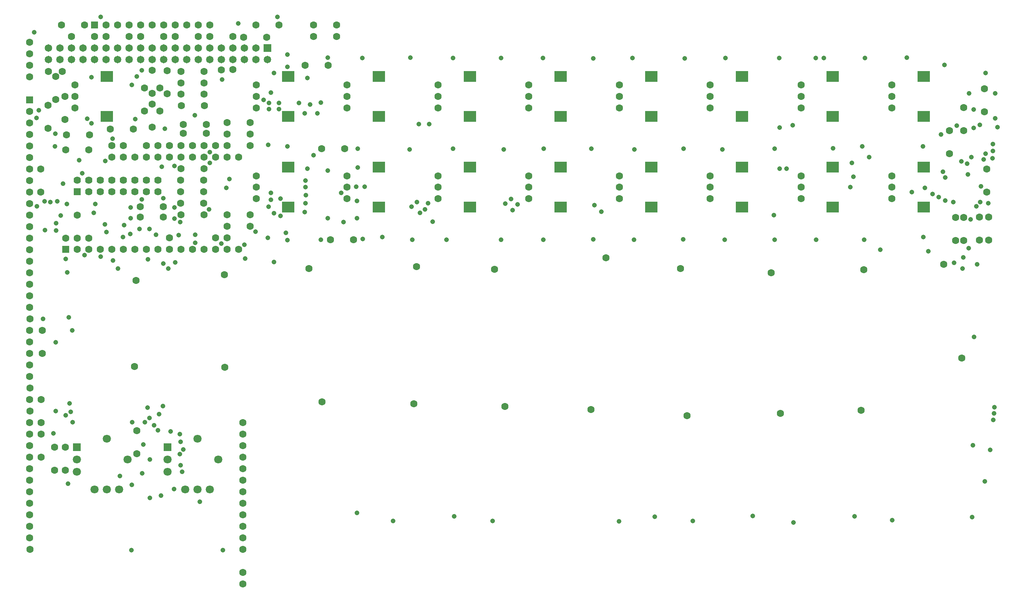
<source format=gbs>
%FSLAX33Y33*%
%MOMM*%
%AMRect-W2403400-H2708200-RO0.500*
21,1,2.4034,2.7082,0.,0.,270*%
%AMRect-W1650000-H1650000-RO0.500*
21,1,1.65,1.65,0.,0.,270*%
%AMRect-W1600000-H1600000-RO0.500*
21,1,1.6,1.6,0.,0.,270*%
%ADD10C,1.0668*%
%ADD11C,1.6*%
%ADD12C,1.6*%
%ADD13R,1.8X1.8*%
%ADD14C,1.8*%
%ADD15C,1.6*%
%ADD16R,1.6X1.6*%
%ADD17Rect-W2403400-H2708200-RO0.500*%
%ADD18C,1.6*%
%ADD19R,1.62X1.62*%
%ADD20C,1.62*%
%ADD21C,1.65*%
%ADD22Rect-W1650000-H1650000-RO0.500*%
%ADD23Rect-W1600000-H1600000-RO0.500*%
D10*
%LNbottom solder mask_traces*%
G01*
X206550Y86736D03*
X34925Y85500D03*
X5017Y106950D03*
X196309Y118554D03*
X55765Y107225D03*
X90825Y86425D03*
X210725Y17275D03*
X200325Y89875D03*
X31275Y36450D03*
X18700Y74725D03*
X210375Y82900D03*
X6400Y80550D03*
X57633Y127559D03*
X109125Y87400D03*
X12052Y40500D03*
X21365Y73850D03*
X8718Y101803D03*
X156210Y78445D03*
X28376Y38225D03*
X207294Y103556D03*
X27750Y87308D03*
X68707Y118554D03*
X63850Y88275D03*
X8300Y35775D03*
X213475Y25175D03*
X199848Y98990D03*
X116332Y98445D03*
X68700Y83175D03*
X36244Y82325D03*
X64235Y94125D03*
X215175Y96333D03*
X19650Y81800D03*
X67218Y108687D03*
X8750Y40675D03*
X75150Y83185D03*
X21325Y100725D03*
X215575Y41525D03*
X4656Y85825D03*
X186495Y98990D03*
X12400Y58425D03*
X127229Y78475D03*
X215300Y97975D03*
X107467Y98323D03*
X8875Y80445D03*
X162325Y17525D03*
X90175Y85100D03*
X203350Y87821D03*
X88775Y103925D03*
X201016Y75844D03*
X204225Y93400D03*
X156362Y118445D03*
X187096Y118450D03*
X211060Y103022D03*
X212500Y86736D03*
X206705Y73304D03*
X23800Y81645D03*
X63675Y106275D03*
X197450Y88925D03*
X66400Y106275D03*
X36275Y28725D03*
X29016Y41450D03*
X42725Y95325D03*
X213267Y96150D03*
X208340Y95725D03*
X135865Y118445D03*
X75336Y94310D03*
X109400Y84950D03*
X209600Y95175D03*
X86919Y118575D03*
X7600Y86725D03*
X55640Y85670D03*
X29550Y29971D03*
X8750Y55850D03*
X10975Y74150D03*
X76417Y78562D03*
X71671Y88775D03*
X36150Y35540D03*
X116180Y78445D03*
X9100Y86875D03*
X30887Y79481D03*
X31525Y39990D03*
X187975Y96660D03*
X211060Y107163D03*
X23580Y79025D03*
X214650Y32075D03*
X26625Y114422D03*
X190475Y76212D03*
X13925Y95975D03*
X127229Y118425D03*
X18650Y127500D03*
X39500Y79500D03*
X186950Y78450D03*
X19950Y80125D03*
X39484Y77750D03*
X146990Y78500D03*
X10975Y39750D03*
X6000Y60960D03*
X4064Y124100D03*
X147396Y118425D03*
X8592Y99035D03*
X29554Y21488D03*
X149125Y16450D03*
X215775Y110675D03*
X45466Y113716D03*
X210015Y110693D03*
X39448Y105855D03*
X15100Y75050D03*
X46330Y89810D03*
X35843Y79431D03*
X204750Y92116D03*
X36150Y31164D03*
X8875Y82085D03*
X116154Y118445D03*
X54550Y109225D03*
X168199Y118450D03*
X33550Y72050D03*
X215500Y40175D03*
X6325Y86875D03*
X169800Y94125D03*
X107865Y86400D03*
X210490Y96590D03*
X16650Y104050D03*
X25450Y10025D03*
X32106Y94500D03*
X72187Y82296D03*
X171150Y103625D03*
X55475Y78831D03*
X75150Y86950D03*
X76860Y90068D03*
X96575Y17450D03*
X201975Y88525D03*
X35125Y73450D03*
X34925Y94700D03*
X184510Y92275D03*
X40525Y20650D03*
X180035Y98552D03*
X208559Y72060D03*
X86766Y98349D03*
X17475Y86284D03*
X178003Y118445D03*
X36650Y27300D03*
X50475Y74261D03*
X32775Y102900D03*
X215350Y38725D03*
X204591Y116916D03*
X136246Y98349D03*
X59848Y116561D03*
X88350Y86725D03*
X91025Y103925D03*
X184800Y17450D03*
X11650Y61325D03*
X214224Y86450D03*
X12500Y38225D03*
X215300Y99471D03*
X105075Y16425D03*
X58304Y87454D03*
X45600Y10000D03*
X25265Y83142D03*
X193075Y16575D03*
X32489Y87525D03*
X128975Y84625D03*
X68704Y93675D03*
X147142Y98445D03*
X215775Y105175D03*
X34925Y83075D03*
X176301Y78450D03*
X212675Y90148D03*
X110500Y86175D03*
X27750Y115800D03*
X17165Y84322D03*
X19700Y95750D03*
X62331Y108550D03*
X47015Y91829D03*
X32410Y41750D03*
X75336Y98480D03*
X29454Y39125D03*
X167157Y98445D03*
X167157Y78450D03*
X26311Y105000D03*
X204750Y87075D03*
X27844Y26925D03*
X57950Y107225D03*
X209956Y76581D03*
X136169Y78445D03*
X126797Y98445D03*
X32000Y22000D03*
X55765Y108550D03*
X96291Y118445D03*
X56856Y115189D03*
X58297Y83675D03*
X91821Y82398D03*
X168250Y94125D03*
X64850Y108225D03*
X89070Y84375D03*
X28050Y33331D03*
X87351Y78450D03*
X14605Y93029D03*
X42554Y85104D03*
X50320Y77300D03*
X132900Y16375D03*
X59848Y78303D03*
X45250Y77535D03*
X211600Y85806D03*
X15750Y105100D03*
X16675Y114249D03*
X29075Y74125D03*
X213677Y97392D03*
X25601Y38225D03*
X25280Y85505D03*
X67158Y78445D03*
X55575Y99339D03*
X87200Y85700D03*
X27203Y80750D03*
X25500Y112550D03*
X80775Y78990D03*
X183900Y90025D03*
X56225Y87250D03*
X32500Y73150D03*
X56200Y110875D03*
X212421Y103705D03*
X184200Y95377D03*
X57981Y108550D03*
X64198Y114071D03*
X140800Y17375D03*
X48975Y126111D03*
X63825Y91450D03*
X36275Y33921D03*
X171350Y16100D03*
X65600Y97075D03*
X127475Y86050D03*
X56847Y73491D03*
X52775Y80225D03*
X76302Y118445D03*
X42725Y97714D03*
X25500Y24380D03*
X63671Y84550D03*
X210875Y33125D03*
X4500Y105290D03*
X209750Y92838D03*
X9850Y83790D03*
X216275Y103200D03*
X167000Y83875D03*
X208767Y74524D03*
X11287Y71200D03*
X22887Y26388D03*
X25225Y79675D03*
X36906Y32207D03*
X56225Y88764D03*
X96317Y98445D03*
X10350Y90750D03*
X22500Y72100D03*
X30485Y37490D03*
X59792Y119232D03*
X63825Y86500D03*
X213625Y115200D03*
X75150Y18200D03*
X199945Y78990D03*
X11218Y86300D03*
X59487Y79930D03*
X106934Y78445D03*
X56900Y84252D03*
X34050Y36144D03*
X94894Y78445D03*
X59848Y98990D03*
X34825Y23500D03*
X75006Y90068D03*
X176200Y118445D03*
X11520Y24654D03*
X203875Y101645D03*
X11850Y42325D03*
X168294Y103175D03*
X29421Y80750D03*
X211825Y72975D03*
X106883Y118475D03*
X211125Y56975D03*
X155677Y98323D03*
X83125Y16425D03*
X63825Y90000D03*
%LNbottom solder mask component 2cb417fd89b64ff1*%
D11*
X70675Y125755D03*
X65595Y125755D03*
%LNbottom solder mask component 2e96c5ec09cc2bff*%
D12*
X43970Y78805D03*
%LNbottom solder mask component 7be21fa8212241c2*%
D13*
X13400Y32700D03*
D14*
X13400Y30000D03*
X13400Y27300D03*
X17300Y23400D03*
X20000Y23400D03*
X22700Y23400D03*
X20000Y34600D03*
X24600Y30000D03*
%LNbottom solder mask component 87d4757989b5faab*%
D15*
X46514Y104205D03*
X51594Y104205D03*
%LNbottom solder mask component 3686d70afa1c5e6e*%
D16*
X10975Y76265D03*
D15*
X13515Y76265D03*
X16055Y76265D03*
X18595Y76265D03*
X21135Y76265D03*
X23675Y76265D03*
X26215Y76265D03*
X28755Y76265D03*
X31295Y76265D03*
X33835Y76265D03*
X36375Y76265D03*
X38915Y76265D03*
X41455Y76265D03*
X43995Y76265D03*
X46535Y76265D03*
X49075Y76265D03*
X49075Y96585D03*
X46535Y96585D03*
X43995Y96585D03*
X41455Y96585D03*
X38915Y96585D03*
X36375Y96585D03*
X33835Y96585D03*
X31295Y96585D03*
X28755Y96585D03*
X26215Y96585D03*
X23675Y96585D03*
X21135Y96585D03*
%LNbottom solder mask component fae2ab7ca5d4c9bc*%
X67425Y42675D03*
%LNbottom solder mask component 0c936e703266551f*%
X50000Y10160D03*
%LNbottom solder mask component bd28c8b7820afb87*%
D12*
X152990Y92500D03*
X152990Y90000D03*
X152990Y87500D03*
D17*
X160000Y94394D03*
X160000Y85606D03*
%LNbottom solder mask component 58a1288a180aeb08*%
D18*
X207025Y78248D03*
X207025Y83328D03*
%LNbottom solder mask component 79f6ec5d6f894635*%
D12*
X192990Y92500D03*
X192990Y90000D03*
X192990Y87500D03*
D17*
X200000Y94394D03*
X200000Y85606D03*
%LNbottom solder mask component f7b75df1bdf2f181*%
D15*
X50000Y25400D03*
%LNbottom solder mask component cfb32474af56c8fe*%
D19*
X13510Y88975D03*
D20*
X16050Y88975D03*
X18590Y88975D03*
X21130Y88975D03*
X23670Y88975D03*
X26210Y88975D03*
X28750Y88975D03*
X31290Y88975D03*
X13510Y91515D03*
X16050Y91515D03*
X18590Y91515D03*
X21130Y91515D03*
X23670Y91515D03*
X26210Y91515D03*
X28750Y91515D03*
X31290Y91515D03*
%LNbottom solder mask component edd2f8c4690b01ba*%
D15*
X46050Y50343D03*
%LNbottom solder mask component 19b7ae7034783336*%
D12*
X214348Y83395D03*
X214348Y78315D03*
%LNbottom solder mask component 3cf36ddb64d95e52*%
D18*
X212350Y78315D03*
X212350Y83395D03*
%LNbottom solder mask component adf83d82d2d88d45*%
D15*
X45949Y70725D03*
%LNbottom solder mask component 840a2754f238af4d*%
D12*
X43970Y99125D03*
%LNbottom solder mask component ab6498ba432a0b55*%
D15*
X11160Y101525D03*
X16240Y101525D03*
%LNbottom solder mask component 5154ed8cd176cc8c*%
D12*
X41430Y99125D03*
%LNbottom solder mask component d62bc96d87e5019c*%
D15*
X50000Y2540D03*
%LNbottom solder mask component 28689b4c8158a79f*%
D11*
X74390Y78445D03*
X69310Y78445D03*
%LNbottom solder mask component ffc4da092a9a4fc5*%
D12*
X28730Y99125D03*
%LNbottom solder mask component 5743672455e10ca4*%
D18*
X28325Y106776D03*
X28325Y111856D03*
%LNbottom solder mask component 44887bd3d44aa71f*%
D12*
X8745Y114365D03*
X8745Y109285D03*
%LNbottom solder mask component 5baf418b44386f3e*%
D11*
X41988Y101841D03*
X36908Y101841D03*
%LNbottom solder mask component 140d6fd14c121b3f*%
D12*
X12990Y112500D03*
X12990Y110000D03*
X12990Y107500D03*
D17*
X20000Y114394D03*
X20000Y105606D03*
%LNbottom solder mask component 58ee9cc3f79133a6*%
D11*
X32540Y123190D03*
X27460Y123190D03*
%LNbottom solder mask component adf231fd354b1cd0*%
D12*
X72990Y112500D03*
X72990Y110000D03*
X72990Y107500D03*
D17*
X80000Y114394D03*
X80000Y105606D03*
%LNbottom solder mask component 89ac62f37abc9e14*%
D12*
X21110Y99125D03*
%LNbottom solder mask component c392bcdfea8d8ea2*%
D15*
X47780Y115900D03*
%LNbottom solder mask component 7583a494c62a08c3*%
X50000Y15240D03*
%LNbottom solder mask component e784ba3ac1935508*%
D18*
X31700Y106776D03*
X31700Y111856D03*
%LNbottom solder mask component 236cb1eea3aa65ef*%
D15*
X46510Y83885D03*
X51590Y83885D03*
%LNbottom solder mask component 3657576657a30115*%
X50000Y5080D03*
%LNbottom solder mask component 3f41394d43e5d88f*%
X10225Y115525D03*
%LNbottom solder mask component aa580201ffaa89d6*%
X50000Y20320D03*
%LNbottom solder mask component af1981297f4010f7*%
D12*
X23650Y99125D03*
%LNbottom solder mask component b8b07e4af1db7061*%
D11*
X57975Y125755D03*
X52895Y125755D03*
%LNbottom solder mask component 110faed1cc146b02*%
D18*
X33300Y110636D03*
X33300Y115716D03*
%LNbottom solder mask component 03a6b9848fb8370e*%
D15*
X107747Y41650D03*
%LNbottom solder mask component e83cd94fc164864e*%
D16*
X17300Y125755D03*
D15*
X19840Y125755D03*
X22380Y125755D03*
X24920Y125755D03*
X27460Y125755D03*
X30000Y125755D03*
X32540Y125755D03*
X35080Y125755D03*
X37620Y125755D03*
X40160Y125755D03*
X42700Y125755D03*
%LNbottom solder mask component 22e543a28086d96e*%
D11*
X70675Y123215D03*
X65595Y123215D03*
%LNbottom solder mask component dece1cff8e284f1a*%
D12*
X36358Y99125D03*
%LNbottom solder mask component 7fd2e291fd359170*%
D15*
X50000Y27940D03*
%LNbottom solder mask component 2ce9bceb47a0c645*%
D21*
X52860Y120650D03*
X50320Y120650D03*
X47780Y120650D03*
X45240Y120650D03*
X42700Y120650D03*
X40160Y120650D03*
X37620Y120650D03*
X35080Y120650D03*
X32540Y120650D03*
X30000Y120650D03*
X27460Y120650D03*
X24920Y120650D03*
X22380Y120650D03*
X19840Y120650D03*
X17300Y120650D03*
X14760Y120650D03*
X12220Y120650D03*
X9680Y120650D03*
X7140Y120650D03*
X55400Y118110D03*
X52860Y118110D03*
X50320Y118110D03*
X47780Y118110D03*
X45240Y118110D03*
X42700Y118110D03*
X40160Y118110D03*
X37620Y118110D03*
X35080Y118110D03*
X32540Y118110D03*
X30000Y118110D03*
X27460Y118110D03*
X24920Y118110D03*
X22380Y118110D03*
X19840Y118110D03*
X17300Y118110D03*
X14760Y118110D03*
X12220Y118110D03*
X9680Y118110D03*
X7140Y118110D03*
D22*
X55400Y120650D03*
%LNbottom solder mask component d1b8988840d6d78f*%
D12*
X46510Y78805D03*
%LNbottom solder mask component 4b04faf50c671f76*%
X152990Y112500D03*
X152990Y110000D03*
X152990Y107500D03*
D17*
X160000Y114394D03*
X160000Y105606D03*
%LNbottom solder mask component 9a6bd823684d3e0b*%
D12*
X112990Y92500D03*
X112990Y90000D03*
X112990Y87500D03*
D17*
X120000Y94394D03*
X120000Y85606D03*
%LNbottom solder mask component b8f167eb817f45c9*%
D12*
X13490Y83835D03*
X13490Y78755D03*
%LNbottom solder mask component 8d773e40d9ff8c97*%
D15*
X50177Y123047D03*
X55257Y123047D03*
%LNbottom solder mask component 3fcc6ea5dac21bce*%
D12*
X132990Y92500D03*
X132990Y90000D03*
X132990Y87500D03*
D17*
X140000Y94394D03*
X140000Y85606D03*
%LNbottom solder mask component 8daf806579074e6c*%
D15*
X50000Y12700D03*
%LNbottom solder mask component 20eaf199acc821e9*%
X87675Y42300D03*
%LNbottom solder mask component 835bc4b13f0791df*%
X7140Y115525D03*
%LNbottom solder mask component 051bcd12e4b16a5d*%
X26441Y69475D03*
%LNbottom solder mask component 15295c3f1cff3500*%
X45240Y115825D03*
%LNbottom solder mask component f89053a2e4f60840*%
D12*
X5560Y35565D03*
X5560Y30485D03*
%LNbottom solder mask component 52a1b1ca2b1d3003*%
D15*
X146400Y72034D03*
%LNbottom solder mask component 5a332b9c7c6b454e*%
D18*
X8500Y27620D03*
X8500Y32700D03*
%LNbottom solder mask component 3d096520bff5873b*%
D12*
X205725Y102435D03*
X205725Y97355D03*
%LNbottom solder mask component 4260d80dac0f261d*%
D15*
X35080Y123190D03*
X40160Y123190D03*
%LNbottom solder mask component 76bc64773c60f07c*%
D18*
X3000Y119380D03*
X3000Y121920D03*
%LNbottom solder mask component 2b1495a865a6849a*%
D15*
X208450Y52325D03*
%LNbottom solder mask component 0140c6c654e9dc5b*%
X50000Y33020D03*
%LNbottom solder mask component 3b85729fa308793e*%
X105450Y71925D03*
%LNbottom solder mask component 3244838e2437b951*%
D12*
X5850Y58400D03*
X5850Y53320D03*
%LNbottom solder mask component 4705e07a40114c09*%
D15*
X36309Y86425D03*
X41389Y86425D03*
%LNbottom solder mask component 01015ca45b8bb0bc*%
D11*
X72465Y98455D03*
X67385Y98455D03*
%LNbottom solder mask component ef78370791fd3d8b*%
X41389Y88965D03*
X36309Y88965D03*
%LNbottom solder mask component 546f381269ff1ef7*%
D12*
X92990Y112500D03*
X92990Y110000D03*
X92990Y107500D03*
D17*
X100000Y114394D03*
X100000Y105606D03*
%LNbottom solder mask component 095b313a13a9a07c*%
D15*
X10035Y125755D03*
X15115Y125755D03*
%LNbottom solder mask component 948a008d14176e07*%
X50000Y17780D03*
%LNbottom solder mask component adc1909596e3bd48*%
X50000Y38100D03*
%LNbottom solder mask component b2a365c957548fac*%
D12*
X52990Y112500D03*
X52990Y110000D03*
X52990Y107500D03*
D17*
X60000Y114394D03*
X60000Y105606D03*
%LNbottom solder mask component 3c2ce17cf2a01d3a*%
D15*
X88250Y72475D03*
%LNbottom solder mask component 020795961396f96f*%
X166450Y71120D03*
%LNbottom solder mask component cdeab23590330a90*%
D11*
X17300Y123190D03*
X12220Y123190D03*
%LNbottom solder mask component 2e51914d959c2cec*%
D15*
X19840Y123190D03*
X24920Y123190D03*
%LNbottom solder mask component 179472fd52466dca*%
D12*
X38890Y99125D03*
%LNbottom solder mask component 91ad611b2d09aec1*%
D15*
X50000Y30480D03*
%LNbottom solder mask component 1aa80e2305d3c3f5*%
X63706Y116850D03*
X68786Y116850D03*
%LNbottom solder mask component 7402d1aeef7f3f20*%
X50000Y35560D03*
%LNbottom solder mask component 478e18b4a5e21ed9*%
D18*
X3000Y114300D03*
X3000Y116840D03*
%LNbottom solder mask component e8b37e7f08e4b4ce*%
D11*
X51594Y99125D03*
X46514Y99125D03*
%LNbottom solder mask component 6c40fd1b04079f65*%
D12*
X192990Y112500D03*
X192990Y110000D03*
X192990Y107500D03*
D17*
X200000Y114394D03*
X200000Y105606D03*
%LNbottom solder mask component 511370af6c7919eb*%
D15*
X26111Y50495D03*
%LNbottom solder mask component 7d0a4e2d061378cf*%
D11*
X41438Y83885D03*
X36358Y83885D03*
%LNbottom solder mask component 264957ead632d6c1*%
X32489Y85725D03*
X27409Y85725D03*
%LNbottom solder mask component bfe6143774099665*%
D15*
X36358Y94045D03*
X41438Y94045D03*
%LNbottom solder mask component c1f03332e9856203*%
D12*
X10860Y32700D03*
X10860Y27620D03*
%LNbottom solder mask component 863ca0b2a523c33c*%
D15*
X186817Y71831D03*
%LNbottom solder mask component 45386d5e65213c57*%
D18*
X5540Y38100D03*
X5540Y43180D03*
%LNbottom solder mask component 2d214055c5945252*%
D15*
X147900Y39675D03*
%LNbottom solder mask component 86d3615bee55a968*%
D12*
X172990Y92500D03*
X172990Y90000D03*
X172990Y87500D03*
D17*
X180000Y94394D03*
X180000Y85606D03*
%LNbottom solder mask component aff9f134acc6d168*%
D15*
X126746Y41025D03*
%LNbottom solder mask component 90a5760c096e9d9b*%
X186233Y40869D03*
%LNbottom solder mask component 28b624cef8888489*%
D12*
X33810Y99125D03*
%LNbottom solder mask component 707e6c11d1cca362*%
D15*
X46514Y101665D03*
X51594Y101665D03*
%LNbottom solder mask component 5b22a68f09ffcba4*%
D18*
X26613Y31271D03*
X26613Y36351D03*
%LNbottom solder mask component d3b47e90c0a44aba*%
X30000Y110661D03*
X30000Y115741D03*
%LNbottom solder mask component 109cba4edaa46692*%
D15*
X64575Y72050D03*
%LNbottom solder mask component 10c17d7dde9f20f2*%
D12*
X72990Y92500D03*
X72990Y90000D03*
X72990Y87500D03*
D17*
X80000Y94394D03*
X80000Y85606D03*
%LNbottom solder mask component 17d3a0ee983cedc9*%
D15*
X36309Y91505D03*
X41389Y91505D03*
%LNbottom solder mask component c8b5d540429af894*%
D12*
X92990Y92500D03*
X92990Y90000D03*
X92990Y87500D03*
D17*
X100000Y94394D03*
X100000Y85606D03*
%LNbottom solder mask component 7c5862ef05c6b57e*%
D12*
X30000Y108286D03*
X30000Y103206D03*
%LNbottom solder mask component 3ee2067a7940f73c*%
D15*
X36350Y112992D03*
X41430Y112992D03*
%LNbottom solder mask component a4b5c663cafba649*%
D12*
X52990Y92500D03*
X52990Y90000D03*
X52990Y87500D03*
D17*
X60000Y94394D03*
X60000Y85606D03*
%LNbottom solder mask component a545dc4cd47ee866*%
D12*
X33810Y78805D03*
%LNbottom solder mask component d72e272e4740b0c6*%
X10800Y110000D03*
X10800Y104920D03*
%LNbottom solder mask component e02c3f52298e31bf*%
D15*
X168478Y40150D03*
%LNbottom solder mask component 49beb2a2a790b48d*%
D18*
X213925Y88925D03*
X213925Y94005D03*
%LNbottom solder mask component 66a2352ef12547e6*%
D11*
X16090Y98275D03*
X11010Y98275D03*
%LNbottom solder mask component f46c31dedb484b98*%
D15*
X50000Y22860D03*
%LNbottom solder mask component afb2019f5953c4e2*%
X36429Y107997D03*
X41509Y107997D03*
%LNbottom solder mask component e7393894ce705798*%
X36908Y103825D03*
X41988Y103825D03*
%LNbottom solder mask component eb627d342a4f903e*%
D12*
X172990Y112500D03*
X172990Y110000D03*
X172990Y107500D03*
D17*
X180000Y114394D03*
X180000Y105606D03*
%LNbottom solder mask component 04f20976e88c6656*%
D15*
X204400Y72974D03*
%LNbottom solder mask component 9838140f6d8fc3a3*%
D11*
X32440Y83425D03*
X27360Y83425D03*
%LNbottom solder mask component 4de6dc9ddc697575*%
D12*
X213404Y111730D03*
X213404Y106650D03*
%LNbottom solder mask component d1bccda1b464fd03*%
X3000Y106680D03*
X3000Y104140D03*
X3000Y101600D03*
X3000Y99060D03*
X3000Y96520D03*
X3000Y93980D03*
X3000Y91440D03*
X3000Y88900D03*
X3000Y86360D03*
X3000Y83820D03*
X3000Y81280D03*
X3000Y78740D03*
X3000Y76200D03*
X3000Y73660D03*
X3000Y71120D03*
X3000Y68580D03*
X3000Y66040D03*
X3000Y63500D03*
X3075Y60960D03*
X3000Y58420D03*
X3000Y55880D03*
X3000Y53340D03*
X3000Y50800D03*
X3000Y48260D03*
X3075Y45720D03*
X3000Y43180D03*
X3075Y40640D03*
X3000Y38100D03*
X3000Y35560D03*
X3000Y33020D03*
X3000Y30480D03*
X3000Y27940D03*
X3000Y25400D03*
X3000Y22860D03*
X3000Y20320D03*
X3000Y17780D03*
X3000Y15240D03*
X3000Y12700D03*
X3075Y10160D03*
D23*
X3000Y109220D03*
%LNbottom solder mask component 8161a00624e99dd4*%
D15*
X129975Y74400D03*
%LNbottom solder mask component be6dae4a381f52ea*%
D12*
X16030Y78755D03*
%LNbottom solder mask component e90434b9302ec0b9*%
D15*
X36350Y115541D03*
X41430Y115541D03*
%LNbottom solder mask component 42107fc99cd43302*%
X20835Y102781D03*
X25915Y102781D03*
%LNbottom solder mask component fca1a590c33dcb53*%
D12*
X5450Y93980D03*
X5450Y88900D03*
%LNbottom solder mask component 175f9e2f385f0166*%
D18*
X208875Y102435D03*
X208875Y107515D03*
%LNbottom solder mask component ed63482871275af4*%
D11*
X47780Y123190D03*
X42700Y123190D03*
%LNbottom solder mask component 390ca8bdf514aefd*%
D12*
X112990Y112500D03*
X112990Y110000D03*
X112990Y107500D03*
D17*
X120000Y114394D03*
X120000Y105606D03*
%LNbottom solder mask component fb25c8ebd593f1df*%
D13*
X33400Y32700D03*
D14*
X33400Y30000D03*
X33400Y27300D03*
X37300Y23400D03*
X40000Y23400D03*
X42700Y23400D03*
X40000Y34600D03*
X44600Y30000D03*
%LNbottom solder mask component 620a4f717f976fc9*%
D12*
X10950Y78755D03*
%LNbottom solder mask component 4cda8897de2b8f63*%
D11*
X41430Y110537D03*
X36350Y110537D03*
%LNbottom solder mask component fcb33d2da6a8351b*%
D18*
X208879Y78248D03*
X208879Y83328D03*
%LNbottom solder mask component 1902cf21c92c7046*%
D12*
X31270Y99125D03*
%LNbottom solder mask component b2ca7374564098aa*%
X132990Y112500D03*
X132990Y110000D03*
X132990Y107500D03*
D17*
X140000Y114394D03*
X140000Y105606D03*
%LNbottom solder mask component f8200634cbf82353*%
D15*
X46510Y81345D03*
X51590Y81345D03*
%LNbottom solder mask component 32cc1e32022eae04*%
D18*
X7050Y102935D03*
X7050Y108015D03*
M02*
</source>
